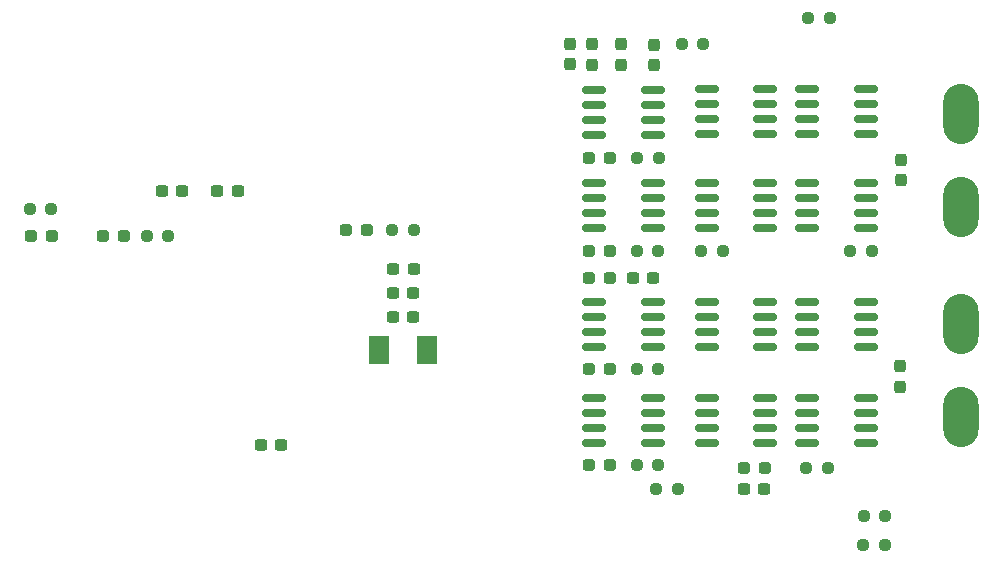
<source format=gtp>
G04 #@! TF.GenerationSoftware,KiCad,Pcbnew,(6.0.8)*
G04 #@! TF.CreationDate,2022-10-20T16:34:10-05:00*
G04 #@! TF.ProjectId,SignalStack_Board,5369676e-616c-4537-9461-636b5f426f61,rev?*
G04 #@! TF.SameCoordinates,Original*
G04 #@! TF.FileFunction,Paste,Top*
G04 #@! TF.FilePolarity,Positive*
%FSLAX46Y46*%
G04 Gerber Fmt 4.6, Leading zero omitted, Abs format (unit mm)*
G04 Created by KiCad (PCBNEW (6.0.8)) date 2022-10-20 16:34:10*
%MOMM*%
%LPD*%
G01*
G04 APERTURE LIST*
G04 Aperture macros list*
%AMRoundRect*
0 Rectangle with rounded corners*
0 $1 Rounding radius*
0 $2 $3 $4 $5 $6 $7 $8 $9 X,Y pos of 4 corners*
0 Add a 4 corners polygon primitive as box body*
4,1,4,$2,$3,$4,$5,$6,$7,$8,$9,$2,$3,0*
0 Add four circle primitives for the rounded corners*
1,1,$1+$1,$2,$3*
1,1,$1+$1,$4,$5*
1,1,$1+$1,$6,$7*
1,1,$1+$1,$8,$9*
0 Add four rect primitives between the rounded corners*
20,1,$1+$1,$2,$3,$4,$5,0*
20,1,$1+$1,$4,$5,$6,$7,0*
20,1,$1+$1,$6,$7,$8,$9,0*
20,1,$1+$1,$8,$9,$2,$3,0*%
G04 Aperture macros list end*
%ADD10RoundRect,0.237500X0.300000X0.237500X-0.300000X0.237500X-0.300000X-0.237500X0.300000X-0.237500X0*%
%ADD11RoundRect,0.237500X0.250000X0.237500X-0.250000X0.237500X-0.250000X-0.237500X0.250000X-0.237500X0*%
%ADD12RoundRect,0.237500X0.237500X-0.300000X0.237500X0.300000X-0.237500X0.300000X-0.237500X-0.300000X0*%
%ADD13RoundRect,0.237500X-0.300000X-0.237500X0.300000X-0.237500X0.300000X0.237500X-0.300000X0.237500X0*%
%ADD14RoundRect,0.150000X-0.825000X-0.150000X0.825000X-0.150000X0.825000X0.150000X-0.825000X0.150000X0*%
%ADD15RoundRect,0.237500X0.287500X0.237500X-0.287500X0.237500X-0.287500X-0.237500X0.287500X-0.237500X0*%
%ADD16O,3.000000X5.100000*%
%ADD17RoundRect,0.237500X-0.250000X-0.237500X0.250000X-0.237500X0.250000X0.237500X-0.250000X0.237500X0*%
%ADD18R,1.800000X2.400000*%
%ADD19RoundRect,0.237500X-0.287500X-0.237500X0.287500X-0.237500X0.287500X0.237500X-0.287500X0.237500X0*%
%ADD20RoundRect,0.237500X0.237500X-0.287500X0.237500X0.287500X-0.237500X0.287500X-0.237500X-0.287500X0*%
G04 APERTURE END LIST*
D10*
X133604000Y-88646000D03*
X131879000Y-88646000D03*
D11*
X154352000Y-79248000D03*
X152527000Y-79248000D03*
D10*
X133577500Y-92710000D03*
X131852500Y-92710000D03*
D12*
X146812000Y-71321000D03*
X146812000Y-69596000D03*
D13*
X161570500Y-107315000D03*
X163295500Y-107315000D03*
D14*
X166943000Y-99568000D03*
X166943000Y-100838000D03*
X166943000Y-102108000D03*
X166943000Y-103378000D03*
X171893000Y-103378000D03*
X171893000Y-102108000D03*
X171893000Y-100838000D03*
X171893000Y-99568000D03*
D11*
X112823000Y-85852000D03*
X110998000Y-85852000D03*
D15*
X150213000Y-87122000D03*
X148463000Y-87122000D03*
D16*
X179978000Y-83397000D03*
X179978000Y-75523000D03*
D14*
X148909000Y-81407000D03*
X148909000Y-82677000D03*
X148909000Y-83947000D03*
X148909000Y-85217000D03*
X153859000Y-85217000D03*
X153859000Y-83947000D03*
X153859000Y-82677000D03*
X153859000Y-81407000D03*
X148909000Y-99568000D03*
X148909000Y-100838000D03*
X148909000Y-102108000D03*
X148909000Y-103378000D03*
X153859000Y-103378000D03*
X153859000Y-102108000D03*
X153859000Y-100838000D03*
X153859000Y-99568000D03*
D12*
X153924000Y-71374000D03*
X153924000Y-69649000D03*
D16*
X179978000Y-101177000D03*
X179978000Y-93303000D03*
D15*
X150227000Y-105283000D03*
X148477000Y-105283000D03*
D14*
X158434000Y-91440000D03*
X158434000Y-92710000D03*
X158434000Y-93980000D03*
X158434000Y-95250000D03*
X163384000Y-95250000D03*
X163384000Y-93980000D03*
X163384000Y-92710000D03*
X163384000Y-91440000D03*
X148909000Y-73533000D03*
X148909000Y-74803000D03*
X148909000Y-76073000D03*
X148909000Y-77343000D03*
X153859000Y-77343000D03*
X153859000Y-76073000D03*
X153859000Y-74803000D03*
X153859000Y-73533000D03*
X166943000Y-81407000D03*
X166943000Y-82677000D03*
X166943000Y-83947000D03*
X166943000Y-85217000D03*
X171893000Y-85217000D03*
X171893000Y-83947000D03*
X171893000Y-82677000D03*
X171893000Y-81407000D03*
X166943000Y-91440000D03*
X166943000Y-92710000D03*
X166943000Y-93980000D03*
X166943000Y-95250000D03*
X171893000Y-95250000D03*
X171893000Y-93980000D03*
X171893000Y-92710000D03*
X171893000Y-91440000D03*
D10*
X122412000Y-103564500D03*
X120687000Y-103564500D03*
D11*
X154328500Y-105283000D03*
X152503500Y-105283000D03*
D14*
X158434000Y-81407000D03*
X158434000Y-82677000D03*
X158434000Y-83947000D03*
X158434000Y-85217000D03*
X163384000Y-85217000D03*
X163384000Y-83947000D03*
X163384000Y-82677000D03*
X163384000Y-81407000D03*
D17*
X154154500Y-107315000D03*
X155979500Y-107315000D03*
D18*
X130683000Y-95504000D03*
X134733000Y-95504000D03*
D17*
X157964500Y-87122000D03*
X159789500Y-87122000D03*
D15*
X150227000Y-79248000D03*
X148477000Y-79248000D03*
D14*
X158434000Y-99568000D03*
X158434000Y-100838000D03*
X158434000Y-102108000D03*
X158434000Y-103378000D03*
X163384000Y-103378000D03*
X163384000Y-102108000D03*
X163384000Y-100838000D03*
X163384000Y-99568000D03*
D19*
X101233000Y-85852000D03*
X102983000Y-85852000D03*
D11*
X172386000Y-87122000D03*
X170561000Y-87122000D03*
D12*
X174752000Y-98626000D03*
X174752000Y-96901000D03*
X174879000Y-81126500D03*
X174879000Y-79401500D03*
D10*
X133577500Y-90678000D03*
X131852500Y-90678000D03*
D11*
X173529000Y-109601000D03*
X171704000Y-109601000D03*
D17*
X156313500Y-69596000D03*
X158138500Y-69596000D03*
D10*
X118718500Y-82042000D03*
X116993500Y-82042000D03*
D11*
X154305000Y-87122000D03*
X152480000Y-87122000D03*
X154328500Y-97155000D03*
X152503500Y-97155000D03*
D14*
X158434000Y-73406000D03*
X158434000Y-74676000D03*
X158434000Y-75946000D03*
X158434000Y-77216000D03*
X163384000Y-77216000D03*
X163384000Y-75946000D03*
X163384000Y-74676000D03*
X163384000Y-73406000D03*
D20*
X151130000Y-71360000D03*
X151130000Y-69610000D03*
D19*
X107329000Y-85852000D03*
X109079000Y-85852000D03*
D17*
X101092000Y-83566000D03*
X102917000Y-83566000D03*
X167005000Y-67437000D03*
X168830000Y-67437000D03*
D19*
X161572000Y-105537000D03*
X163322000Y-105537000D03*
D15*
X150213000Y-97155000D03*
X148463000Y-97155000D03*
X150227000Y-89408000D03*
X148477000Y-89408000D03*
D17*
X171657000Y-112014000D03*
X173482000Y-112014000D03*
D14*
X148909000Y-91440000D03*
X148909000Y-92710000D03*
X148909000Y-93980000D03*
X148909000Y-95250000D03*
X153859000Y-95250000D03*
X153859000Y-93980000D03*
X153859000Y-92710000D03*
X153859000Y-91440000D03*
D17*
X166831000Y-105537000D03*
X168656000Y-105537000D03*
D14*
X166943000Y-73406000D03*
X166943000Y-74676000D03*
X166943000Y-75946000D03*
X166943000Y-77216000D03*
X171893000Y-77216000D03*
X171893000Y-75946000D03*
X171893000Y-74676000D03*
X171893000Y-73406000D03*
D13*
X152172500Y-89408000D03*
X153897500Y-89408000D03*
D19*
X127893500Y-85344000D03*
X129643500Y-85344000D03*
D17*
X131779000Y-85344000D03*
X133604000Y-85344000D03*
D20*
X148717000Y-71346000D03*
X148717000Y-69596000D03*
D10*
X113993000Y-82042000D03*
X112268000Y-82042000D03*
M02*

</source>
